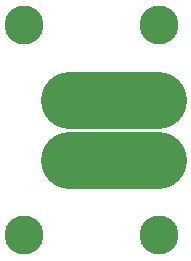
<source format=gbr>
%TF.GenerationSoftware,KiCad,Pcbnew,(5.1.6)-1*%
%TF.CreationDate,2022-04-11T16:24:12-05:00*%
%TF.ProjectId,spindle_connector,7370696e-646c-4655-9f63-6f6e6e656374,rev?*%
%TF.SameCoordinates,Original*%
%TF.FileFunction,Copper,L2,Bot*%
%TF.FilePolarity,Positive*%
%FSLAX46Y46*%
G04 Gerber Fmt 4.6, Leading zero omitted, Abs format (unit mm)*
G04 Created by KiCad (PCBNEW (5.1.6)-1) date 2022-04-11 16:24:12*
%MOMM*%
%LPD*%
G01*
G04 APERTURE LIST*
%TA.AperFunction,ComponentPad*%
%ADD10C,3.300000*%
%TD*%
%TA.AperFunction,ViaPad*%
%ADD11C,3.300000*%
%TD*%
%TA.AperFunction,Conductor*%
%ADD12C,4.800000*%
%TD*%
G04 APERTURE END LIST*
D10*
%TO.P,J1,1*%
%TO.N,Net-(J1-Pad1)*%
X6350000Y8890000D03*
%TO.P,J1,2*%
%TO.N,Net-(J1-Pad2)*%
X6350000Y13970000D03*
%TD*%
%TO.P,J2,2*%
%TO.N,Net-(J1-Pad1)*%
X13970000Y8890000D03*
%TO.P,J2,1*%
%TO.N,Net-(J1-Pad2)*%
X13970000Y13970000D03*
%TD*%
D11*
%TO.N,*%
X2540000Y20320000D03*
X13970000Y20320000D03*
X13970000Y2540000D03*
X2540000Y2540000D03*
%TD*%
D12*
%TO.N,Net-(J1-Pad1)*%
X6350000Y8890000D02*
X13884990Y8890000D01*
%TO.N,Net-(J1-Pad2)*%
X6350000Y13970000D02*
X13884990Y13970000D01*
%TD*%
M02*

</source>
